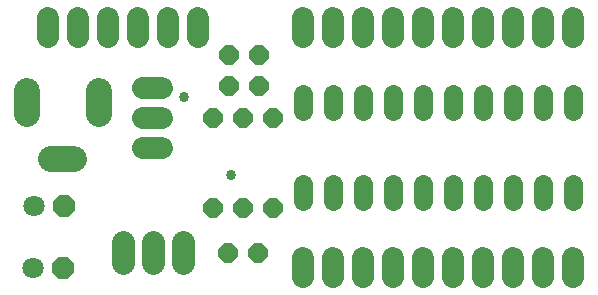
<source format=gts>
G75*
%MOIN*%
%OFA0B0*%
%FSLAX25Y25*%
%IPPOS*%
%LPD*%
%AMOC8*
5,1,8,0,0,1.08239X$1,22.5*
%
%ADD10OC8,0.07100*%
%ADD11C,0.07100*%
%ADD12OC8,0.06400*%
%ADD13C,0.07200*%
%ADD14C,0.06400*%
%ADD15C,0.08674*%
%ADD16C,0.07729*%
%ADD17C,0.03400*%
D10*
X0042345Y0011600D03*
X0042845Y0032100D03*
D11*
X0032345Y0011600D03*
X0032845Y0032100D03*
D12*
X0092345Y0031600D03*
X0102345Y0031600D03*
X0112345Y0031600D03*
X0107345Y0016600D03*
X0097345Y0016600D03*
X0102345Y0061600D03*
X0092345Y0061600D03*
X0112345Y0061600D03*
X0107845Y0072100D03*
X0097845Y0072100D03*
X0097845Y0082600D03*
X0107845Y0082600D03*
D13*
X0122345Y0088400D02*
X0122345Y0094800D01*
X0132345Y0094800D02*
X0132345Y0088400D01*
X0142345Y0088400D02*
X0142345Y0094800D01*
X0152345Y0094800D02*
X0152345Y0088400D01*
X0162345Y0088400D02*
X0162345Y0094800D01*
X0172345Y0094800D02*
X0172345Y0088400D01*
X0182345Y0088400D02*
X0182345Y0094800D01*
X0192345Y0094800D02*
X0192345Y0088400D01*
X0202345Y0088400D02*
X0202345Y0094800D01*
X0212345Y0094800D02*
X0212345Y0088400D01*
X0087345Y0088400D02*
X0087345Y0094800D01*
X0077345Y0094800D02*
X0077345Y0088400D01*
X0067345Y0088400D02*
X0067345Y0094800D01*
X0057345Y0094800D02*
X0057345Y0088400D01*
X0047345Y0088400D02*
X0047345Y0094800D01*
X0037345Y0094800D02*
X0037345Y0088400D01*
X0069145Y0071600D02*
X0075545Y0071600D01*
X0075545Y0061600D02*
X0069145Y0061600D01*
X0069145Y0051600D02*
X0075545Y0051600D01*
X0122345Y0014800D02*
X0122345Y0008400D01*
X0132345Y0008400D02*
X0132345Y0014800D01*
X0142345Y0014800D02*
X0142345Y0008400D01*
X0152345Y0008400D02*
X0152345Y0014800D01*
X0162345Y0014800D02*
X0162345Y0008400D01*
X0172345Y0008400D02*
X0172345Y0014800D01*
X0182345Y0014800D02*
X0182345Y0008400D01*
X0192345Y0008400D02*
X0192345Y0014800D01*
X0202345Y0014800D02*
X0202345Y0008400D01*
X0212345Y0008400D02*
X0212345Y0014800D01*
D14*
X0212345Y0033800D02*
X0212345Y0039400D01*
X0202345Y0039400D02*
X0202345Y0033800D01*
X0192345Y0033800D02*
X0192345Y0039400D01*
X0182345Y0039400D02*
X0182345Y0033800D01*
X0172345Y0033800D02*
X0172345Y0039400D01*
X0162345Y0039400D02*
X0162345Y0033800D01*
X0152345Y0033800D02*
X0152345Y0039400D01*
X0142345Y0039400D02*
X0142345Y0033800D01*
X0132345Y0033800D02*
X0132345Y0039400D01*
X0122345Y0039400D02*
X0122345Y0033800D01*
X0122345Y0063800D02*
X0122345Y0069400D01*
X0132345Y0069400D02*
X0132345Y0063800D01*
X0142345Y0063800D02*
X0142345Y0069400D01*
X0152345Y0069400D02*
X0152345Y0063800D01*
X0162345Y0063800D02*
X0162345Y0069400D01*
X0172345Y0069400D02*
X0172345Y0063800D01*
X0182345Y0063800D02*
X0182345Y0069400D01*
X0192345Y0069400D02*
X0192345Y0063800D01*
X0202345Y0063800D02*
X0202345Y0069400D01*
X0212345Y0069400D02*
X0212345Y0063800D01*
D15*
X0054550Y0062663D02*
X0054550Y0070537D01*
X0030534Y0070537D02*
X0030534Y0062663D01*
X0038408Y0047702D02*
X0046282Y0047702D01*
D16*
X0062345Y0020065D02*
X0062345Y0013135D01*
X0072345Y0013135D02*
X0072345Y0020065D01*
X0082345Y0020065D02*
X0082345Y0013135D01*
D17*
X0098345Y0042600D03*
X0082845Y0068600D03*
M02*

</source>
